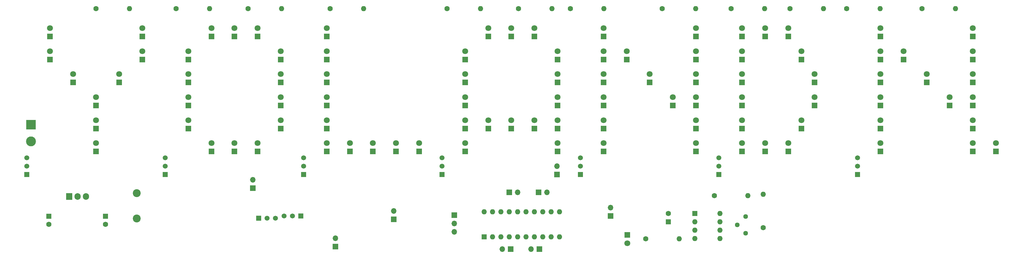
<source format=gbr>
G04 #@! TF.GenerationSoftware,KiCad,Pcbnew,5.1.4-e60b266~84~ubuntu16.04.1*
G04 #@! TF.CreationDate,2019-08-26T00:49:29+07:00*
G04 #@! TF.ProjectId,led_yol,6c65645f-796f-46c2-9e6b-696361645f70,1.0*
G04 #@! TF.SameCoordinates,Original*
G04 #@! TF.FileFunction,Copper,L1,Top*
G04 #@! TF.FilePolarity,Positive*
%FSLAX46Y46*%
G04 Gerber Fmt 4.6, Leading zero omitted, Abs format (unit mm)*
G04 Created by KiCad (PCBNEW 5.1.4-e60b266~84~ubuntu16.04.1) date 2019-08-26 00:49:29*
%MOMM*%
%LPD*%
G04 APERTURE LIST*
%ADD10R,1.500000X1.500000*%
%ADD11C,1.500000*%
%ADD12O,1.600000X1.600000*%
%ADD13R,1.600000X1.600000*%
%ADD14O,1.700000X1.700000*%
%ADD15R,1.700000X1.700000*%
%ADD16C,1.600000*%
%ADD17O,1.905000X2.000000*%
%ADD18R,1.905000X2.000000*%
%ADD19C,1.440000*%
%ADD20C,3.000000*%
%ADD21R,3.000000X3.000000*%
%ADD22C,1.800000*%
%ADD23R,1.800000X1.800000*%
%ADD24C,2.400000*%
G04 APERTURE END LIST*
D10*
X85648800Y-163169600D03*
D11*
X80568800Y-163169600D03*
X83108800Y-163169600D03*
D10*
X72895200Y-163889600D03*
D11*
X77975200Y-163889600D03*
X75435200Y-163889600D03*
D10*
X254560800Y-150565400D03*
D11*
X254560800Y-145485400D03*
X254560800Y-148025400D03*
D10*
X212560800Y-150565400D03*
D11*
X212560800Y-145485400D03*
X212560800Y-148025400D03*
D10*
X170560800Y-150565400D03*
D11*
X170560800Y-145485400D03*
X170560800Y-148025400D03*
D10*
X128560800Y-150565400D03*
D11*
X128560800Y-145485400D03*
X128560800Y-148025400D03*
D10*
X86560800Y-150565400D03*
D11*
X86560800Y-145485400D03*
X86560800Y-148025400D03*
D10*
X2560800Y-150565400D03*
D11*
X2560800Y-145485400D03*
X2560800Y-148025400D03*
D10*
X44560800Y-150565400D03*
D11*
X44560800Y-145485400D03*
X44560800Y-148025400D03*
D12*
X141300200Y-161950400D03*
X164160200Y-169570400D03*
X143840200Y-161950400D03*
X161620200Y-169570400D03*
X146380200Y-161950400D03*
X159080200Y-169570400D03*
X148920200Y-161950400D03*
X156540200Y-169570400D03*
X151460200Y-161950400D03*
X154000200Y-169570400D03*
X154000200Y-161950400D03*
X151460200Y-169570400D03*
X156540200Y-161950400D03*
X148920200Y-169570400D03*
X159080200Y-161950400D03*
X146380200Y-169570400D03*
X161620200Y-161950400D03*
X143840200Y-169570400D03*
X164160200Y-161950400D03*
D13*
X141300200Y-169570400D03*
D14*
X113919000Y-161696400D03*
D15*
X113919000Y-164236400D03*
D14*
X96164400Y-170002200D03*
D15*
X96164400Y-172542200D03*
D14*
X163423600Y-148031200D03*
D15*
X163423600Y-150571200D03*
X179705000Y-163195000D03*
D14*
X179705000Y-160655000D03*
X71120000Y-152146000D03*
D15*
X71120000Y-154686000D03*
X148920200Y-155956000D03*
D14*
X151460200Y-155956000D03*
X160375600Y-155956000D03*
D15*
X157835600Y-155956000D03*
D14*
X155575000Y-173253400D03*
D15*
X158115000Y-173253400D03*
D14*
X146812000Y-173253400D03*
D15*
X149352000Y-173253400D03*
D12*
X221295600Y-157011800D03*
D16*
X211135600Y-157011800D03*
D12*
X226020000Y-156561800D03*
D16*
X226020000Y-166721800D03*
D12*
X212892589Y-162438200D03*
X205272589Y-170058200D03*
X212892589Y-164978200D03*
X205272589Y-167518200D03*
X212892589Y-167518200D03*
X205272589Y-164978200D03*
X212892589Y-170058200D03*
D13*
X205272589Y-162438200D03*
D17*
X20497800Y-157251400D03*
X17957800Y-157251400D03*
D18*
X15417800Y-157251400D03*
D19*
X220686000Y-168398200D03*
X218146000Y-165858200D03*
X220686000Y-163318200D03*
D12*
X284276800Y-100101400D03*
D16*
X274116800Y-100101400D03*
D12*
X261442200Y-100101400D03*
D16*
X251282200Y-100101400D03*
D12*
X244246400Y-100101400D03*
D16*
X234086400Y-100101400D03*
D12*
X226390200Y-100101400D03*
D16*
X216230200Y-100101400D03*
D12*
X205511400Y-100101400D03*
D16*
X195351400Y-100101400D03*
D12*
X177596800Y-100101400D03*
D16*
X167436800Y-100101400D03*
D12*
X161925000Y-100101400D03*
D16*
X151765000Y-100101400D03*
D12*
X140182600Y-100101400D03*
D16*
X130022600Y-100101400D03*
D12*
X104749600Y-100101400D03*
D16*
X94589600Y-100101400D03*
D12*
X79883000Y-100101400D03*
D16*
X69723000Y-100101400D03*
D12*
X58013600Y-100101400D03*
D16*
X47853600Y-100101400D03*
D12*
X33720800Y-100101400D03*
D16*
X23560800Y-100101400D03*
D12*
X200502400Y-170138200D03*
D16*
X190342400Y-170138200D03*
D14*
X132257800Y-168021000D03*
X132257800Y-165481000D03*
D15*
X132257800Y-162941000D03*
D20*
X3810000Y-140487400D03*
D21*
X3810000Y-135407400D03*
D22*
X296560800Y-141025400D03*
D23*
X296560800Y-143565400D03*
D22*
X289560800Y-141025400D03*
D23*
X289560800Y-143565400D03*
D22*
X289560800Y-134025400D03*
D23*
X289560800Y-136565400D03*
D22*
X289560800Y-127025400D03*
D23*
X289560800Y-129565400D03*
D22*
X282560800Y-127025400D03*
D23*
X282560800Y-129565400D03*
D22*
X289560800Y-120025400D03*
D23*
X289560800Y-122565400D03*
D22*
X289560800Y-113025400D03*
D23*
X289560800Y-115565400D03*
D22*
X289560800Y-106025400D03*
D23*
X289560800Y-108565400D03*
D22*
X261560800Y-141025400D03*
D23*
X261560800Y-143565400D03*
D22*
X261560800Y-134025400D03*
D23*
X261560800Y-136565400D03*
D22*
X261560800Y-127025400D03*
D23*
X261560800Y-129565400D03*
D22*
X275560800Y-120025400D03*
D23*
X275560800Y-122565400D03*
D22*
X261560800Y-120025400D03*
D23*
X261560800Y-122565400D03*
D22*
X261560800Y-113025400D03*
D23*
X261560800Y-115565400D03*
D22*
X268560800Y-113025400D03*
D23*
X268560800Y-115565400D03*
D22*
X261560800Y-106025400D03*
D23*
X261560800Y-108565400D03*
D22*
X226560800Y-141025400D03*
D23*
X226560800Y-143565400D03*
D22*
X233560800Y-141025400D03*
D23*
X233560800Y-143565400D03*
D22*
X237560800Y-134025400D03*
D23*
X237560800Y-136565400D03*
D22*
X241560800Y-127025400D03*
D23*
X241560800Y-129565400D03*
D22*
X241560800Y-120025400D03*
D23*
X241560800Y-122565400D03*
D22*
X237560800Y-113025400D03*
D23*
X237560800Y-115565400D03*
D22*
X233560800Y-106025400D03*
D23*
X233560800Y-108565400D03*
D22*
X219560800Y-141025400D03*
D23*
X219560800Y-143565400D03*
D22*
X219560800Y-134025400D03*
D23*
X219560800Y-136565400D03*
D22*
X219560800Y-127025400D03*
D23*
X219560800Y-129565400D03*
D22*
X219560800Y-120025400D03*
D23*
X219560800Y-122565400D03*
D22*
X219560800Y-113025400D03*
D23*
X219560800Y-115565400D03*
D22*
X219560800Y-106025400D03*
D23*
X219560800Y-108565400D03*
D22*
X226560800Y-106025400D03*
D23*
X226560800Y-108565400D03*
D22*
X198560800Y-127025400D03*
D23*
X198560800Y-129565400D03*
D22*
X205560800Y-141025400D03*
D23*
X205560800Y-143565400D03*
D22*
X205560800Y-134025400D03*
D23*
X205560800Y-136565400D03*
D22*
X205560800Y-127025400D03*
D23*
X205560800Y-129565400D03*
D22*
X205560800Y-120025400D03*
D23*
X205560800Y-122565400D03*
D22*
X205560800Y-113025400D03*
D23*
X205560800Y-115565400D03*
D22*
X205560800Y-106025400D03*
D23*
X205560800Y-108565400D03*
D22*
X191560800Y-120025400D03*
D23*
X191560800Y-122565400D03*
D22*
X184560800Y-113025400D03*
D23*
X184560800Y-115565400D03*
D22*
X177560800Y-141025400D03*
D23*
X177560800Y-143565400D03*
D22*
X177560800Y-134025400D03*
D23*
X177560800Y-136565400D03*
D22*
X177560800Y-127025400D03*
D23*
X177560800Y-129565400D03*
D22*
X177560800Y-120025400D03*
D23*
X177560800Y-122565400D03*
D22*
X177560800Y-113025400D03*
D23*
X177560800Y-115565400D03*
D22*
X177560800Y-106025400D03*
D23*
X177560800Y-108565400D03*
D22*
X142560800Y-134025400D03*
D23*
X142560800Y-136565400D03*
D22*
X149560800Y-134025400D03*
D23*
X149560800Y-136565400D03*
D22*
X156560800Y-134025400D03*
D23*
X156560800Y-136565400D03*
D22*
X163560800Y-141025400D03*
D23*
X163560800Y-143565400D03*
D22*
X163560800Y-134025400D03*
D23*
X163560800Y-136565400D03*
D22*
X163560800Y-127025400D03*
D23*
X163560800Y-129565400D03*
D22*
X163560800Y-120025400D03*
D23*
X163560800Y-122565400D03*
D22*
X163560800Y-113025400D03*
D23*
X163560800Y-115565400D03*
D22*
X135560800Y-141025400D03*
D23*
X135560800Y-143565400D03*
D22*
X135560800Y-134025400D03*
D23*
X135560800Y-136565400D03*
D22*
X135560800Y-127025400D03*
D23*
X135560800Y-129565400D03*
D22*
X135560800Y-120025400D03*
D23*
X135560800Y-122565400D03*
D22*
X135560800Y-113025400D03*
D23*
X135560800Y-115565400D03*
D22*
X142560800Y-106025400D03*
D23*
X142560800Y-108565400D03*
D22*
X149560800Y-106025400D03*
D23*
X149560800Y-108565400D03*
D22*
X156560800Y-106025400D03*
D23*
X156560800Y-108565400D03*
D22*
X121560800Y-141025400D03*
D23*
X121560800Y-143565400D03*
D22*
X114560800Y-141025400D03*
D23*
X114560800Y-143565400D03*
D22*
X107560800Y-141025400D03*
D23*
X107560800Y-143565400D03*
D22*
X100560800Y-141025400D03*
D23*
X100560800Y-143565400D03*
D22*
X93560800Y-141025400D03*
D23*
X93560800Y-143565400D03*
D22*
X93560800Y-134025400D03*
D23*
X93560800Y-136565400D03*
D22*
X93560800Y-127025400D03*
D23*
X93560800Y-129565400D03*
D22*
X93560800Y-120025400D03*
D23*
X93560800Y-122565400D03*
D22*
X93560800Y-113025400D03*
D23*
X93560800Y-115565400D03*
D22*
X93560800Y-106025400D03*
D23*
X93560800Y-108565400D03*
D22*
X58560800Y-141025400D03*
D23*
X58560800Y-143565400D03*
D22*
X65560800Y-141025400D03*
D23*
X65560800Y-143565400D03*
D22*
X72560800Y-141025400D03*
D23*
X72560800Y-143565400D03*
D22*
X79560800Y-134025400D03*
D23*
X79560800Y-136565400D03*
D22*
X79560800Y-127025400D03*
D23*
X79560800Y-129565400D03*
D22*
X79560800Y-120025400D03*
D23*
X79560800Y-122565400D03*
D22*
X79560800Y-113025400D03*
D23*
X79560800Y-115565400D03*
D22*
X51560800Y-134025400D03*
D23*
X51560800Y-136565400D03*
D22*
X51560800Y-127025400D03*
D23*
X51560800Y-129565400D03*
D22*
X51560800Y-120025400D03*
D23*
X51560800Y-122565400D03*
D22*
X51560800Y-113025400D03*
D23*
X51560800Y-115565400D03*
D22*
X58560800Y-106025400D03*
D23*
X58560800Y-108565400D03*
D22*
X65560800Y-106025400D03*
D23*
X65560800Y-108565400D03*
D22*
X72560800Y-106025400D03*
D23*
X72560800Y-108565400D03*
D22*
X23560800Y-141025400D03*
D23*
X23560800Y-143565400D03*
D22*
X23560800Y-134025400D03*
D23*
X23560800Y-136565400D03*
D22*
X23560800Y-127025400D03*
D23*
X23560800Y-129565400D03*
D22*
X16560800Y-120025400D03*
D23*
X16560800Y-122565400D03*
D22*
X9560800Y-113025400D03*
D23*
X9560800Y-115565400D03*
D22*
X9560800Y-106025400D03*
D23*
X9560800Y-108565400D03*
D22*
X30560800Y-120025400D03*
D23*
X30560800Y-122565400D03*
D22*
X37560800Y-113025400D03*
D23*
X37560800Y-115565400D03*
D22*
X37560800Y-106025400D03*
D23*
X37560800Y-108565400D03*
D22*
X184734200Y-171526200D03*
D23*
X184734200Y-168986200D03*
D16*
X197200400Y-162469200D03*
D13*
X197200400Y-164969200D03*
D24*
X35941000Y-163981400D03*
X35941000Y-156231400D03*
D16*
X26390600Y-165745800D03*
D13*
X26390600Y-163245800D03*
D16*
X9194800Y-165745800D03*
D13*
X9194800Y-163245800D03*
M02*

</source>
